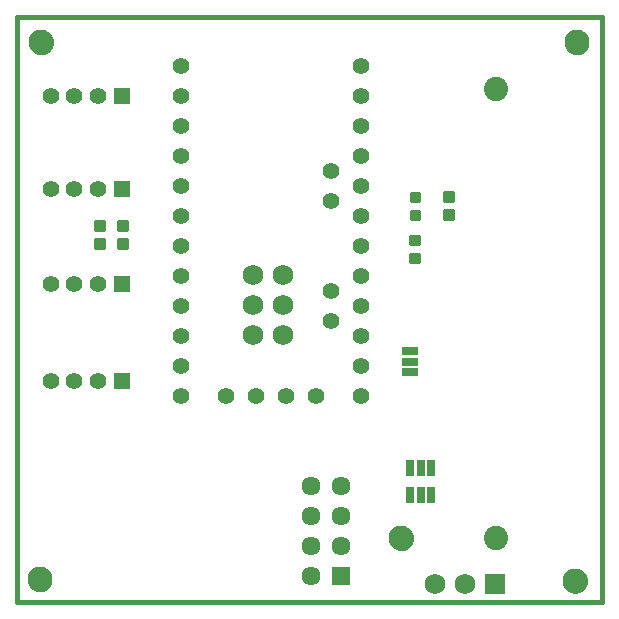
<source format=gbs>
G75*
%MOIN*%
%OFA0B0*%
%FSLAX25Y25*%
%IPPOS*%
%LPD*%
%AMOC8*
5,1,8,0,0,1.08239X$1,22.5*
%
%ADD10C,0.00000*%
%ADD11C,0.08274*%
%ADD12C,0.01600*%
%ADD13C,0.00975*%
%ADD14R,0.05550X0.05550*%
%ADD15C,0.05550*%
%ADD16C,0.08077*%
%ADD17C,0.06800*%
%ADD18R,0.06900X0.06900*%
%ADD19C,0.06900*%
%ADD20R,0.06337X0.06337*%
%ADD21C,0.06337*%
%ADD22R,0.02900X0.05400*%
%ADD23R,0.05400X0.02900*%
D10*
X0005834Y0009308D02*
X0005836Y0009433D01*
X0005842Y0009558D01*
X0005852Y0009682D01*
X0005866Y0009806D01*
X0005883Y0009930D01*
X0005905Y0010053D01*
X0005931Y0010175D01*
X0005960Y0010297D01*
X0005993Y0010417D01*
X0006031Y0010536D01*
X0006071Y0010655D01*
X0006116Y0010771D01*
X0006164Y0010886D01*
X0006216Y0011000D01*
X0006272Y0011112D01*
X0006331Y0011222D01*
X0006393Y0011330D01*
X0006459Y0011437D01*
X0006528Y0011541D01*
X0006601Y0011642D01*
X0006676Y0011742D01*
X0006755Y0011839D01*
X0006837Y0011933D01*
X0006922Y0012025D01*
X0007009Y0012114D01*
X0007100Y0012200D01*
X0007193Y0012283D01*
X0007289Y0012364D01*
X0007387Y0012441D01*
X0007487Y0012515D01*
X0007590Y0012586D01*
X0007695Y0012653D01*
X0007803Y0012718D01*
X0007912Y0012778D01*
X0008023Y0012836D01*
X0008136Y0012889D01*
X0008250Y0012939D01*
X0008366Y0012986D01*
X0008483Y0013028D01*
X0008602Y0013067D01*
X0008722Y0013103D01*
X0008843Y0013134D01*
X0008965Y0013162D01*
X0009087Y0013185D01*
X0009211Y0013205D01*
X0009335Y0013221D01*
X0009459Y0013233D01*
X0009584Y0013241D01*
X0009709Y0013245D01*
X0009833Y0013245D01*
X0009958Y0013241D01*
X0010083Y0013233D01*
X0010207Y0013221D01*
X0010331Y0013205D01*
X0010455Y0013185D01*
X0010577Y0013162D01*
X0010699Y0013134D01*
X0010820Y0013103D01*
X0010940Y0013067D01*
X0011059Y0013028D01*
X0011176Y0012986D01*
X0011292Y0012939D01*
X0011406Y0012889D01*
X0011519Y0012836D01*
X0011630Y0012778D01*
X0011740Y0012718D01*
X0011847Y0012653D01*
X0011952Y0012586D01*
X0012055Y0012515D01*
X0012155Y0012441D01*
X0012253Y0012364D01*
X0012349Y0012283D01*
X0012442Y0012200D01*
X0012533Y0012114D01*
X0012620Y0012025D01*
X0012705Y0011933D01*
X0012787Y0011839D01*
X0012866Y0011742D01*
X0012941Y0011642D01*
X0013014Y0011541D01*
X0013083Y0011437D01*
X0013149Y0011330D01*
X0013211Y0011222D01*
X0013270Y0011112D01*
X0013326Y0011000D01*
X0013378Y0010886D01*
X0013426Y0010771D01*
X0013471Y0010655D01*
X0013511Y0010536D01*
X0013549Y0010417D01*
X0013582Y0010297D01*
X0013611Y0010175D01*
X0013637Y0010053D01*
X0013659Y0009930D01*
X0013676Y0009806D01*
X0013690Y0009682D01*
X0013700Y0009558D01*
X0013706Y0009433D01*
X0013708Y0009308D01*
X0013706Y0009183D01*
X0013700Y0009058D01*
X0013690Y0008934D01*
X0013676Y0008810D01*
X0013659Y0008686D01*
X0013637Y0008563D01*
X0013611Y0008441D01*
X0013582Y0008319D01*
X0013549Y0008199D01*
X0013511Y0008080D01*
X0013471Y0007961D01*
X0013426Y0007845D01*
X0013378Y0007730D01*
X0013326Y0007616D01*
X0013270Y0007504D01*
X0013211Y0007394D01*
X0013149Y0007286D01*
X0013083Y0007179D01*
X0013014Y0007075D01*
X0012941Y0006974D01*
X0012866Y0006874D01*
X0012787Y0006777D01*
X0012705Y0006683D01*
X0012620Y0006591D01*
X0012533Y0006502D01*
X0012442Y0006416D01*
X0012349Y0006333D01*
X0012253Y0006252D01*
X0012155Y0006175D01*
X0012055Y0006101D01*
X0011952Y0006030D01*
X0011847Y0005963D01*
X0011739Y0005898D01*
X0011630Y0005838D01*
X0011519Y0005780D01*
X0011406Y0005727D01*
X0011292Y0005677D01*
X0011176Y0005630D01*
X0011059Y0005588D01*
X0010940Y0005549D01*
X0010820Y0005513D01*
X0010699Y0005482D01*
X0010577Y0005454D01*
X0010455Y0005431D01*
X0010331Y0005411D01*
X0010207Y0005395D01*
X0010083Y0005383D01*
X0009958Y0005375D01*
X0009833Y0005371D01*
X0009709Y0005371D01*
X0009584Y0005375D01*
X0009459Y0005383D01*
X0009335Y0005395D01*
X0009211Y0005411D01*
X0009087Y0005431D01*
X0008965Y0005454D01*
X0008843Y0005482D01*
X0008722Y0005513D01*
X0008602Y0005549D01*
X0008483Y0005588D01*
X0008366Y0005630D01*
X0008250Y0005677D01*
X0008136Y0005727D01*
X0008023Y0005780D01*
X0007912Y0005838D01*
X0007802Y0005898D01*
X0007695Y0005963D01*
X0007590Y0006030D01*
X0007487Y0006101D01*
X0007387Y0006175D01*
X0007289Y0006252D01*
X0007193Y0006333D01*
X0007100Y0006416D01*
X0007009Y0006502D01*
X0006922Y0006591D01*
X0006837Y0006683D01*
X0006755Y0006777D01*
X0006676Y0006874D01*
X0006601Y0006974D01*
X0006528Y0007075D01*
X0006459Y0007179D01*
X0006393Y0007286D01*
X0006331Y0007394D01*
X0006272Y0007504D01*
X0006216Y0007616D01*
X0006164Y0007730D01*
X0006116Y0007845D01*
X0006071Y0007961D01*
X0006031Y0008080D01*
X0005993Y0008199D01*
X0005960Y0008319D01*
X0005931Y0008441D01*
X0005905Y0008563D01*
X0005883Y0008686D01*
X0005866Y0008810D01*
X0005852Y0008934D01*
X0005842Y0009058D01*
X0005836Y0009183D01*
X0005834Y0009308D01*
X0126315Y0023005D02*
X0126317Y0023130D01*
X0126323Y0023255D01*
X0126333Y0023379D01*
X0126347Y0023503D01*
X0126364Y0023627D01*
X0126386Y0023750D01*
X0126412Y0023872D01*
X0126441Y0023994D01*
X0126474Y0024114D01*
X0126512Y0024233D01*
X0126552Y0024352D01*
X0126597Y0024468D01*
X0126645Y0024583D01*
X0126697Y0024697D01*
X0126753Y0024809D01*
X0126812Y0024919D01*
X0126874Y0025027D01*
X0126940Y0025134D01*
X0127009Y0025238D01*
X0127082Y0025339D01*
X0127157Y0025439D01*
X0127236Y0025536D01*
X0127318Y0025630D01*
X0127403Y0025722D01*
X0127490Y0025811D01*
X0127581Y0025897D01*
X0127674Y0025980D01*
X0127770Y0026061D01*
X0127868Y0026138D01*
X0127968Y0026212D01*
X0128071Y0026283D01*
X0128176Y0026350D01*
X0128284Y0026415D01*
X0128393Y0026475D01*
X0128504Y0026533D01*
X0128617Y0026586D01*
X0128731Y0026636D01*
X0128847Y0026683D01*
X0128964Y0026725D01*
X0129083Y0026764D01*
X0129203Y0026800D01*
X0129324Y0026831D01*
X0129446Y0026859D01*
X0129568Y0026882D01*
X0129692Y0026902D01*
X0129816Y0026918D01*
X0129940Y0026930D01*
X0130065Y0026938D01*
X0130190Y0026942D01*
X0130314Y0026942D01*
X0130439Y0026938D01*
X0130564Y0026930D01*
X0130688Y0026918D01*
X0130812Y0026902D01*
X0130936Y0026882D01*
X0131058Y0026859D01*
X0131180Y0026831D01*
X0131301Y0026800D01*
X0131421Y0026764D01*
X0131540Y0026725D01*
X0131657Y0026683D01*
X0131773Y0026636D01*
X0131887Y0026586D01*
X0132000Y0026533D01*
X0132111Y0026475D01*
X0132221Y0026415D01*
X0132328Y0026350D01*
X0132433Y0026283D01*
X0132536Y0026212D01*
X0132636Y0026138D01*
X0132734Y0026061D01*
X0132830Y0025980D01*
X0132923Y0025897D01*
X0133014Y0025811D01*
X0133101Y0025722D01*
X0133186Y0025630D01*
X0133268Y0025536D01*
X0133347Y0025439D01*
X0133422Y0025339D01*
X0133495Y0025238D01*
X0133564Y0025134D01*
X0133630Y0025027D01*
X0133692Y0024919D01*
X0133751Y0024809D01*
X0133807Y0024697D01*
X0133859Y0024583D01*
X0133907Y0024468D01*
X0133952Y0024352D01*
X0133992Y0024233D01*
X0134030Y0024114D01*
X0134063Y0023994D01*
X0134092Y0023872D01*
X0134118Y0023750D01*
X0134140Y0023627D01*
X0134157Y0023503D01*
X0134171Y0023379D01*
X0134181Y0023255D01*
X0134187Y0023130D01*
X0134189Y0023005D01*
X0134187Y0022880D01*
X0134181Y0022755D01*
X0134171Y0022631D01*
X0134157Y0022507D01*
X0134140Y0022383D01*
X0134118Y0022260D01*
X0134092Y0022138D01*
X0134063Y0022016D01*
X0134030Y0021896D01*
X0133992Y0021777D01*
X0133952Y0021658D01*
X0133907Y0021542D01*
X0133859Y0021427D01*
X0133807Y0021313D01*
X0133751Y0021201D01*
X0133692Y0021091D01*
X0133630Y0020983D01*
X0133564Y0020876D01*
X0133495Y0020772D01*
X0133422Y0020671D01*
X0133347Y0020571D01*
X0133268Y0020474D01*
X0133186Y0020380D01*
X0133101Y0020288D01*
X0133014Y0020199D01*
X0132923Y0020113D01*
X0132830Y0020030D01*
X0132734Y0019949D01*
X0132636Y0019872D01*
X0132536Y0019798D01*
X0132433Y0019727D01*
X0132328Y0019660D01*
X0132220Y0019595D01*
X0132111Y0019535D01*
X0132000Y0019477D01*
X0131887Y0019424D01*
X0131773Y0019374D01*
X0131657Y0019327D01*
X0131540Y0019285D01*
X0131421Y0019246D01*
X0131301Y0019210D01*
X0131180Y0019179D01*
X0131058Y0019151D01*
X0130936Y0019128D01*
X0130812Y0019108D01*
X0130688Y0019092D01*
X0130564Y0019080D01*
X0130439Y0019072D01*
X0130314Y0019068D01*
X0130190Y0019068D01*
X0130065Y0019072D01*
X0129940Y0019080D01*
X0129816Y0019092D01*
X0129692Y0019108D01*
X0129568Y0019128D01*
X0129446Y0019151D01*
X0129324Y0019179D01*
X0129203Y0019210D01*
X0129083Y0019246D01*
X0128964Y0019285D01*
X0128847Y0019327D01*
X0128731Y0019374D01*
X0128617Y0019424D01*
X0128504Y0019477D01*
X0128393Y0019535D01*
X0128283Y0019595D01*
X0128176Y0019660D01*
X0128071Y0019727D01*
X0127968Y0019798D01*
X0127868Y0019872D01*
X0127770Y0019949D01*
X0127674Y0020030D01*
X0127581Y0020113D01*
X0127490Y0020199D01*
X0127403Y0020288D01*
X0127318Y0020380D01*
X0127236Y0020474D01*
X0127157Y0020571D01*
X0127082Y0020671D01*
X0127009Y0020772D01*
X0126940Y0020876D01*
X0126874Y0020983D01*
X0126812Y0021091D01*
X0126753Y0021201D01*
X0126697Y0021313D01*
X0126645Y0021427D01*
X0126597Y0021542D01*
X0126552Y0021658D01*
X0126512Y0021777D01*
X0126474Y0021896D01*
X0126441Y0022016D01*
X0126412Y0022138D01*
X0126386Y0022260D01*
X0126364Y0022383D01*
X0126347Y0022507D01*
X0126333Y0022631D01*
X0126323Y0022755D01*
X0126317Y0022880D01*
X0126315Y0023005D01*
X0184319Y0008800D02*
X0184321Y0008925D01*
X0184327Y0009050D01*
X0184337Y0009174D01*
X0184351Y0009298D01*
X0184368Y0009422D01*
X0184390Y0009545D01*
X0184416Y0009667D01*
X0184445Y0009789D01*
X0184478Y0009909D01*
X0184516Y0010028D01*
X0184556Y0010147D01*
X0184601Y0010263D01*
X0184649Y0010378D01*
X0184701Y0010492D01*
X0184757Y0010604D01*
X0184816Y0010714D01*
X0184878Y0010822D01*
X0184944Y0010929D01*
X0185013Y0011033D01*
X0185086Y0011134D01*
X0185161Y0011234D01*
X0185240Y0011331D01*
X0185322Y0011425D01*
X0185407Y0011517D01*
X0185494Y0011606D01*
X0185585Y0011692D01*
X0185678Y0011775D01*
X0185774Y0011856D01*
X0185872Y0011933D01*
X0185972Y0012007D01*
X0186075Y0012078D01*
X0186180Y0012145D01*
X0186288Y0012210D01*
X0186397Y0012270D01*
X0186508Y0012328D01*
X0186621Y0012381D01*
X0186735Y0012431D01*
X0186851Y0012478D01*
X0186968Y0012520D01*
X0187087Y0012559D01*
X0187207Y0012595D01*
X0187328Y0012626D01*
X0187450Y0012654D01*
X0187572Y0012677D01*
X0187696Y0012697D01*
X0187820Y0012713D01*
X0187944Y0012725D01*
X0188069Y0012733D01*
X0188194Y0012737D01*
X0188318Y0012737D01*
X0188443Y0012733D01*
X0188568Y0012725D01*
X0188692Y0012713D01*
X0188816Y0012697D01*
X0188940Y0012677D01*
X0189062Y0012654D01*
X0189184Y0012626D01*
X0189305Y0012595D01*
X0189425Y0012559D01*
X0189544Y0012520D01*
X0189661Y0012478D01*
X0189777Y0012431D01*
X0189891Y0012381D01*
X0190004Y0012328D01*
X0190115Y0012270D01*
X0190225Y0012210D01*
X0190332Y0012145D01*
X0190437Y0012078D01*
X0190540Y0012007D01*
X0190640Y0011933D01*
X0190738Y0011856D01*
X0190834Y0011775D01*
X0190927Y0011692D01*
X0191018Y0011606D01*
X0191105Y0011517D01*
X0191190Y0011425D01*
X0191272Y0011331D01*
X0191351Y0011234D01*
X0191426Y0011134D01*
X0191499Y0011033D01*
X0191568Y0010929D01*
X0191634Y0010822D01*
X0191696Y0010714D01*
X0191755Y0010604D01*
X0191811Y0010492D01*
X0191863Y0010378D01*
X0191911Y0010263D01*
X0191956Y0010147D01*
X0191996Y0010028D01*
X0192034Y0009909D01*
X0192067Y0009789D01*
X0192096Y0009667D01*
X0192122Y0009545D01*
X0192144Y0009422D01*
X0192161Y0009298D01*
X0192175Y0009174D01*
X0192185Y0009050D01*
X0192191Y0008925D01*
X0192193Y0008800D01*
X0192191Y0008675D01*
X0192185Y0008550D01*
X0192175Y0008426D01*
X0192161Y0008302D01*
X0192144Y0008178D01*
X0192122Y0008055D01*
X0192096Y0007933D01*
X0192067Y0007811D01*
X0192034Y0007691D01*
X0191996Y0007572D01*
X0191956Y0007453D01*
X0191911Y0007337D01*
X0191863Y0007222D01*
X0191811Y0007108D01*
X0191755Y0006996D01*
X0191696Y0006886D01*
X0191634Y0006778D01*
X0191568Y0006671D01*
X0191499Y0006567D01*
X0191426Y0006466D01*
X0191351Y0006366D01*
X0191272Y0006269D01*
X0191190Y0006175D01*
X0191105Y0006083D01*
X0191018Y0005994D01*
X0190927Y0005908D01*
X0190834Y0005825D01*
X0190738Y0005744D01*
X0190640Y0005667D01*
X0190540Y0005593D01*
X0190437Y0005522D01*
X0190332Y0005455D01*
X0190224Y0005390D01*
X0190115Y0005330D01*
X0190004Y0005272D01*
X0189891Y0005219D01*
X0189777Y0005169D01*
X0189661Y0005122D01*
X0189544Y0005080D01*
X0189425Y0005041D01*
X0189305Y0005005D01*
X0189184Y0004974D01*
X0189062Y0004946D01*
X0188940Y0004923D01*
X0188816Y0004903D01*
X0188692Y0004887D01*
X0188568Y0004875D01*
X0188443Y0004867D01*
X0188318Y0004863D01*
X0188194Y0004863D01*
X0188069Y0004867D01*
X0187944Y0004875D01*
X0187820Y0004887D01*
X0187696Y0004903D01*
X0187572Y0004923D01*
X0187450Y0004946D01*
X0187328Y0004974D01*
X0187207Y0005005D01*
X0187087Y0005041D01*
X0186968Y0005080D01*
X0186851Y0005122D01*
X0186735Y0005169D01*
X0186621Y0005219D01*
X0186508Y0005272D01*
X0186397Y0005330D01*
X0186287Y0005390D01*
X0186180Y0005455D01*
X0186075Y0005522D01*
X0185972Y0005593D01*
X0185872Y0005667D01*
X0185774Y0005744D01*
X0185678Y0005825D01*
X0185585Y0005908D01*
X0185494Y0005994D01*
X0185407Y0006083D01*
X0185322Y0006175D01*
X0185240Y0006269D01*
X0185161Y0006366D01*
X0185086Y0006466D01*
X0185013Y0006567D01*
X0184944Y0006671D01*
X0184878Y0006778D01*
X0184816Y0006886D01*
X0184757Y0006996D01*
X0184701Y0007108D01*
X0184649Y0007222D01*
X0184601Y0007337D01*
X0184556Y0007453D01*
X0184516Y0007572D01*
X0184478Y0007691D01*
X0184445Y0007811D01*
X0184416Y0007933D01*
X0184390Y0008055D01*
X0184368Y0008178D01*
X0184351Y0008302D01*
X0184337Y0008426D01*
X0184327Y0008550D01*
X0184321Y0008675D01*
X0184319Y0008800D01*
X0184834Y0188308D02*
X0184836Y0188433D01*
X0184842Y0188558D01*
X0184852Y0188682D01*
X0184866Y0188806D01*
X0184883Y0188930D01*
X0184905Y0189053D01*
X0184931Y0189175D01*
X0184960Y0189297D01*
X0184993Y0189417D01*
X0185031Y0189536D01*
X0185071Y0189655D01*
X0185116Y0189771D01*
X0185164Y0189886D01*
X0185216Y0190000D01*
X0185272Y0190112D01*
X0185331Y0190222D01*
X0185393Y0190330D01*
X0185459Y0190437D01*
X0185528Y0190541D01*
X0185601Y0190642D01*
X0185676Y0190742D01*
X0185755Y0190839D01*
X0185837Y0190933D01*
X0185922Y0191025D01*
X0186009Y0191114D01*
X0186100Y0191200D01*
X0186193Y0191283D01*
X0186289Y0191364D01*
X0186387Y0191441D01*
X0186487Y0191515D01*
X0186590Y0191586D01*
X0186695Y0191653D01*
X0186803Y0191718D01*
X0186912Y0191778D01*
X0187023Y0191836D01*
X0187136Y0191889D01*
X0187250Y0191939D01*
X0187366Y0191986D01*
X0187483Y0192028D01*
X0187602Y0192067D01*
X0187722Y0192103D01*
X0187843Y0192134D01*
X0187965Y0192162D01*
X0188087Y0192185D01*
X0188211Y0192205D01*
X0188335Y0192221D01*
X0188459Y0192233D01*
X0188584Y0192241D01*
X0188709Y0192245D01*
X0188833Y0192245D01*
X0188958Y0192241D01*
X0189083Y0192233D01*
X0189207Y0192221D01*
X0189331Y0192205D01*
X0189455Y0192185D01*
X0189577Y0192162D01*
X0189699Y0192134D01*
X0189820Y0192103D01*
X0189940Y0192067D01*
X0190059Y0192028D01*
X0190176Y0191986D01*
X0190292Y0191939D01*
X0190406Y0191889D01*
X0190519Y0191836D01*
X0190630Y0191778D01*
X0190740Y0191718D01*
X0190847Y0191653D01*
X0190952Y0191586D01*
X0191055Y0191515D01*
X0191155Y0191441D01*
X0191253Y0191364D01*
X0191349Y0191283D01*
X0191442Y0191200D01*
X0191533Y0191114D01*
X0191620Y0191025D01*
X0191705Y0190933D01*
X0191787Y0190839D01*
X0191866Y0190742D01*
X0191941Y0190642D01*
X0192014Y0190541D01*
X0192083Y0190437D01*
X0192149Y0190330D01*
X0192211Y0190222D01*
X0192270Y0190112D01*
X0192326Y0190000D01*
X0192378Y0189886D01*
X0192426Y0189771D01*
X0192471Y0189655D01*
X0192511Y0189536D01*
X0192549Y0189417D01*
X0192582Y0189297D01*
X0192611Y0189175D01*
X0192637Y0189053D01*
X0192659Y0188930D01*
X0192676Y0188806D01*
X0192690Y0188682D01*
X0192700Y0188558D01*
X0192706Y0188433D01*
X0192708Y0188308D01*
X0192706Y0188183D01*
X0192700Y0188058D01*
X0192690Y0187934D01*
X0192676Y0187810D01*
X0192659Y0187686D01*
X0192637Y0187563D01*
X0192611Y0187441D01*
X0192582Y0187319D01*
X0192549Y0187199D01*
X0192511Y0187080D01*
X0192471Y0186961D01*
X0192426Y0186845D01*
X0192378Y0186730D01*
X0192326Y0186616D01*
X0192270Y0186504D01*
X0192211Y0186394D01*
X0192149Y0186286D01*
X0192083Y0186179D01*
X0192014Y0186075D01*
X0191941Y0185974D01*
X0191866Y0185874D01*
X0191787Y0185777D01*
X0191705Y0185683D01*
X0191620Y0185591D01*
X0191533Y0185502D01*
X0191442Y0185416D01*
X0191349Y0185333D01*
X0191253Y0185252D01*
X0191155Y0185175D01*
X0191055Y0185101D01*
X0190952Y0185030D01*
X0190847Y0184963D01*
X0190739Y0184898D01*
X0190630Y0184838D01*
X0190519Y0184780D01*
X0190406Y0184727D01*
X0190292Y0184677D01*
X0190176Y0184630D01*
X0190059Y0184588D01*
X0189940Y0184549D01*
X0189820Y0184513D01*
X0189699Y0184482D01*
X0189577Y0184454D01*
X0189455Y0184431D01*
X0189331Y0184411D01*
X0189207Y0184395D01*
X0189083Y0184383D01*
X0188958Y0184375D01*
X0188833Y0184371D01*
X0188709Y0184371D01*
X0188584Y0184375D01*
X0188459Y0184383D01*
X0188335Y0184395D01*
X0188211Y0184411D01*
X0188087Y0184431D01*
X0187965Y0184454D01*
X0187843Y0184482D01*
X0187722Y0184513D01*
X0187602Y0184549D01*
X0187483Y0184588D01*
X0187366Y0184630D01*
X0187250Y0184677D01*
X0187136Y0184727D01*
X0187023Y0184780D01*
X0186912Y0184838D01*
X0186802Y0184898D01*
X0186695Y0184963D01*
X0186590Y0185030D01*
X0186487Y0185101D01*
X0186387Y0185175D01*
X0186289Y0185252D01*
X0186193Y0185333D01*
X0186100Y0185416D01*
X0186009Y0185502D01*
X0185922Y0185591D01*
X0185837Y0185683D01*
X0185755Y0185777D01*
X0185676Y0185874D01*
X0185601Y0185974D01*
X0185528Y0186075D01*
X0185459Y0186179D01*
X0185393Y0186286D01*
X0185331Y0186394D01*
X0185272Y0186504D01*
X0185216Y0186616D01*
X0185164Y0186730D01*
X0185116Y0186845D01*
X0185071Y0186961D01*
X0185031Y0187080D01*
X0184993Y0187199D01*
X0184960Y0187319D01*
X0184931Y0187441D01*
X0184905Y0187563D01*
X0184883Y0187686D01*
X0184866Y0187810D01*
X0184852Y0187934D01*
X0184842Y0188058D01*
X0184836Y0188183D01*
X0184834Y0188308D01*
X0006334Y0188308D02*
X0006336Y0188433D01*
X0006342Y0188558D01*
X0006352Y0188682D01*
X0006366Y0188806D01*
X0006383Y0188930D01*
X0006405Y0189053D01*
X0006431Y0189175D01*
X0006460Y0189297D01*
X0006493Y0189417D01*
X0006531Y0189536D01*
X0006571Y0189655D01*
X0006616Y0189771D01*
X0006664Y0189886D01*
X0006716Y0190000D01*
X0006772Y0190112D01*
X0006831Y0190222D01*
X0006893Y0190330D01*
X0006959Y0190437D01*
X0007028Y0190541D01*
X0007101Y0190642D01*
X0007176Y0190742D01*
X0007255Y0190839D01*
X0007337Y0190933D01*
X0007422Y0191025D01*
X0007509Y0191114D01*
X0007600Y0191200D01*
X0007693Y0191283D01*
X0007789Y0191364D01*
X0007887Y0191441D01*
X0007987Y0191515D01*
X0008090Y0191586D01*
X0008195Y0191653D01*
X0008303Y0191718D01*
X0008412Y0191778D01*
X0008523Y0191836D01*
X0008636Y0191889D01*
X0008750Y0191939D01*
X0008866Y0191986D01*
X0008983Y0192028D01*
X0009102Y0192067D01*
X0009222Y0192103D01*
X0009343Y0192134D01*
X0009465Y0192162D01*
X0009587Y0192185D01*
X0009711Y0192205D01*
X0009835Y0192221D01*
X0009959Y0192233D01*
X0010084Y0192241D01*
X0010209Y0192245D01*
X0010333Y0192245D01*
X0010458Y0192241D01*
X0010583Y0192233D01*
X0010707Y0192221D01*
X0010831Y0192205D01*
X0010955Y0192185D01*
X0011077Y0192162D01*
X0011199Y0192134D01*
X0011320Y0192103D01*
X0011440Y0192067D01*
X0011559Y0192028D01*
X0011676Y0191986D01*
X0011792Y0191939D01*
X0011906Y0191889D01*
X0012019Y0191836D01*
X0012130Y0191778D01*
X0012240Y0191718D01*
X0012347Y0191653D01*
X0012452Y0191586D01*
X0012555Y0191515D01*
X0012655Y0191441D01*
X0012753Y0191364D01*
X0012849Y0191283D01*
X0012942Y0191200D01*
X0013033Y0191114D01*
X0013120Y0191025D01*
X0013205Y0190933D01*
X0013287Y0190839D01*
X0013366Y0190742D01*
X0013441Y0190642D01*
X0013514Y0190541D01*
X0013583Y0190437D01*
X0013649Y0190330D01*
X0013711Y0190222D01*
X0013770Y0190112D01*
X0013826Y0190000D01*
X0013878Y0189886D01*
X0013926Y0189771D01*
X0013971Y0189655D01*
X0014011Y0189536D01*
X0014049Y0189417D01*
X0014082Y0189297D01*
X0014111Y0189175D01*
X0014137Y0189053D01*
X0014159Y0188930D01*
X0014176Y0188806D01*
X0014190Y0188682D01*
X0014200Y0188558D01*
X0014206Y0188433D01*
X0014208Y0188308D01*
X0014206Y0188183D01*
X0014200Y0188058D01*
X0014190Y0187934D01*
X0014176Y0187810D01*
X0014159Y0187686D01*
X0014137Y0187563D01*
X0014111Y0187441D01*
X0014082Y0187319D01*
X0014049Y0187199D01*
X0014011Y0187080D01*
X0013971Y0186961D01*
X0013926Y0186845D01*
X0013878Y0186730D01*
X0013826Y0186616D01*
X0013770Y0186504D01*
X0013711Y0186394D01*
X0013649Y0186286D01*
X0013583Y0186179D01*
X0013514Y0186075D01*
X0013441Y0185974D01*
X0013366Y0185874D01*
X0013287Y0185777D01*
X0013205Y0185683D01*
X0013120Y0185591D01*
X0013033Y0185502D01*
X0012942Y0185416D01*
X0012849Y0185333D01*
X0012753Y0185252D01*
X0012655Y0185175D01*
X0012555Y0185101D01*
X0012452Y0185030D01*
X0012347Y0184963D01*
X0012239Y0184898D01*
X0012130Y0184838D01*
X0012019Y0184780D01*
X0011906Y0184727D01*
X0011792Y0184677D01*
X0011676Y0184630D01*
X0011559Y0184588D01*
X0011440Y0184549D01*
X0011320Y0184513D01*
X0011199Y0184482D01*
X0011077Y0184454D01*
X0010955Y0184431D01*
X0010831Y0184411D01*
X0010707Y0184395D01*
X0010583Y0184383D01*
X0010458Y0184375D01*
X0010333Y0184371D01*
X0010209Y0184371D01*
X0010084Y0184375D01*
X0009959Y0184383D01*
X0009835Y0184395D01*
X0009711Y0184411D01*
X0009587Y0184431D01*
X0009465Y0184454D01*
X0009343Y0184482D01*
X0009222Y0184513D01*
X0009102Y0184549D01*
X0008983Y0184588D01*
X0008866Y0184630D01*
X0008750Y0184677D01*
X0008636Y0184727D01*
X0008523Y0184780D01*
X0008412Y0184838D01*
X0008302Y0184898D01*
X0008195Y0184963D01*
X0008090Y0185030D01*
X0007987Y0185101D01*
X0007887Y0185175D01*
X0007789Y0185252D01*
X0007693Y0185333D01*
X0007600Y0185416D01*
X0007509Y0185502D01*
X0007422Y0185591D01*
X0007337Y0185683D01*
X0007255Y0185777D01*
X0007176Y0185874D01*
X0007101Y0185974D01*
X0007028Y0186075D01*
X0006959Y0186179D01*
X0006893Y0186286D01*
X0006831Y0186394D01*
X0006772Y0186504D01*
X0006716Y0186616D01*
X0006664Y0186730D01*
X0006616Y0186845D01*
X0006571Y0186961D01*
X0006531Y0187080D01*
X0006493Y0187199D01*
X0006460Y0187319D01*
X0006431Y0187441D01*
X0006405Y0187563D01*
X0006383Y0187686D01*
X0006366Y0187810D01*
X0006352Y0187934D01*
X0006342Y0188058D01*
X0006336Y0188183D01*
X0006334Y0188308D01*
D11*
X0010271Y0188308D03*
X0130252Y0023005D03*
X0188256Y0008800D03*
X0009771Y0009308D03*
X0188771Y0188308D03*
D12*
X0197122Y0001808D02*
X0002271Y0001808D01*
X0002271Y0196658D01*
X0197122Y0196658D01*
X0197122Y0001808D01*
D13*
X0133257Y0114987D02*
X0133257Y0117913D01*
X0136183Y0117913D01*
X0136183Y0114987D01*
X0133257Y0114987D01*
X0133257Y0115961D02*
X0136183Y0115961D01*
X0136183Y0116935D02*
X0133257Y0116935D01*
X0133257Y0117909D02*
X0136183Y0117909D01*
X0133257Y0120987D02*
X0133257Y0123913D01*
X0136183Y0123913D01*
X0136183Y0120987D01*
X0133257Y0120987D01*
X0133257Y0121961D02*
X0136183Y0121961D01*
X0136183Y0122935D02*
X0133257Y0122935D01*
X0133257Y0123909D02*
X0136183Y0123909D01*
X0133407Y0129290D02*
X0133407Y0132216D01*
X0136333Y0132216D01*
X0136333Y0129290D01*
X0133407Y0129290D01*
X0133407Y0130264D02*
X0136333Y0130264D01*
X0136333Y0131238D02*
X0133407Y0131238D01*
X0133407Y0132212D02*
X0136333Y0132212D01*
X0133407Y0135290D02*
X0133407Y0138216D01*
X0136333Y0138216D01*
X0136333Y0135290D01*
X0133407Y0135290D01*
X0133407Y0136264D02*
X0136333Y0136264D01*
X0136333Y0137238D02*
X0133407Y0137238D01*
X0133407Y0138212D02*
X0136333Y0138212D01*
X0144493Y0138413D02*
X0144493Y0135487D01*
X0144493Y0138413D02*
X0147419Y0138413D01*
X0147419Y0135487D01*
X0144493Y0135487D01*
X0144493Y0136461D02*
X0147419Y0136461D01*
X0147419Y0137435D02*
X0144493Y0137435D01*
X0144493Y0138409D02*
X0147419Y0138409D01*
X0144493Y0132413D02*
X0144493Y0129487D01*
X0144493Y0132413D02*
X0147419Y0132413D01*
X0147419Y0129487D01*
X0144493Y0129487D01*
X0144493Y0130461D02*
X0147419Y0130461D01*
X0147419Y0131435D02*
X0144493Y0131435D01*
X0144493Y0132409D02*
X0147419Y0132409D01*
X0038734Y0128771D02*
X0038734Y0125845D01*
X0035808Y0125845D01*
X0035808Y0128771D01*
X0038734Y0128771D01*
X0038734Y0126819D02*
X0035808Y0126819D01*
X0035808Y0127793D02*
X0038734Y0127793D01*
X0038734Y0128767D02*
X0035808Y0128767D01*
X0031234Y0128771D02*
X0031234Y0125845D01*
X0028308Y0125845D01*
X0028308Y0128771D01*
X0031234Y0128771D01*
X0031234Y0126819D02*
X0028308Y0126819D01*
X0028308Y0127793D02*
X0031234Y0127793D01*
X0031234Y0128767D02*
X0028308Y0128767D01*
X0031234Y0122771D02*
X0031234Y0119845D01*
X0028308Y0119845D01*
X0028308Y0122771D01*
X0031234Y0122771D01*
X0031234Y0120819D02*
X0028308Y0120819D01*
X0028308Y0121793D02*
X0031234Y0121793D01*
X0031234Y0122767D02*
X0028308Y0122767D01*
X0038734Y0122771D02*
X0038734Y0119845D01*
X0035808Y0119845D01*
X0035808Y0122771D01*
X0038734Y0122771D01*
X0038734Y0120819D02*
X0035808Y0120819D01*
X0035808Y0121793D02*
X0038734Y0121793D01*
X0038734Y0122767D02*
X0035808Y0122767D01*
D14*
X0037082Y0107808D03*
X0037082Y0139324D03*
X0037082Y0170308D03*
X0037082Y0075308D03*
D15*
X0029208Y0075308D03*
X0021334Y0075308D03*
X0013460Y0075308D03*
X0013460Y0107808D03*
X0021334Y0107808D03*
X0029208Y0107808D03*
X0056885Y0110308D03*
X0056885Y0120308D03*
X0056885Y0130308D03*
X0056885Y0140308D03*
X0056885Y0150308D03*
X0056885Y0160308D03*
X0056885Y0170308D03*
X0056885Y0180308D03*
X0029208Y0170308D03*
X0021334Y0170308D03*
X0013460Y0170308D03*
X0013460Y0139324D03*
X0021334Y0139324D03*
X0029208Y0139324D03*
X0056885Y0100308D03*
X0056885Y0090308D03*
X0056885Y0080308D03*
X0056885Y0070308D03*
X0071885Y0070308D03*
X0081885Y0070308D03*
X0091885Y0070308D03*
X0101885Y0070308D03*
X0116885Y0070308D03*
X0116885Y0080308D03*
X0116885Y0090308D03*
X0116885Y0100308D03*
X0116885Y0110308D03*
X0116885Y0120308D03*
X0116885Y0130308D03*
X0116885Y0140308D03*
X0116885Y0150308D03*
X0116885Y0160308D03*
X0116885Y0170308D03*
X0116885Y0180308D03*
X0106885Y0145308D03*
X0106885Y0135308D03*
X0106885Y0105308D03*
X0106885Y0095308D03*
D16*
X0161748Y0023005D03*
X0161748Y0172611D03*
D17*
X0090771Y0110808D03*
X0080771Y0110808D03*
X0080771Y0100808D03*
X0080771Y0090808D03*
X0090771Y0090808D03*
X0090771Y0100808D03*
D18*
X0161582Y0007816D03*
D19*
X0151582Y0007816D03*
X0141582Y0007816D03*
D20*
X0110271Y0010308D03*
D21*
X0100271Y0010308D03*
X0100271Y0020308D03*
X0100271Y0030308D03*
X0100271Y0040308D03*
X0110271Y0040308D03*
X0110271Y0030308D03*
X0110271Y0020308D03*
D22*
X0133271Y0037308D03*
X0136771Y0037308D03*
X0140271Y0037308D03*
X0140271Y0046308D03*
X0136771Y0046308D03*
X0133271Y0046308D03*
D23*
X0133271Y0078308D03*
X0133271Y0081808D03*
X0133271Y0085308D03*
M02*

</source>
